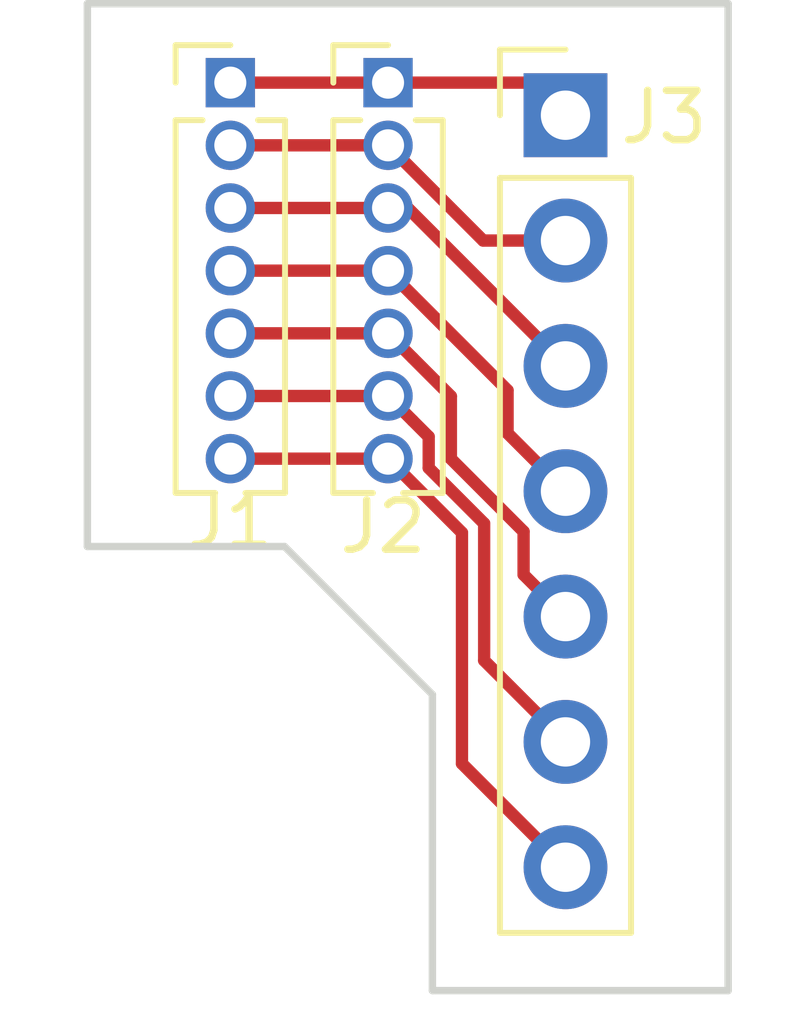
<source format=kicad_pcb>
(kicad_pcb (version 4) (host pcbnew 4.0.7-e2-6376~58~ubuntu17.04.1)

  (general
    (links 14)
    (no_connects 0)
    (area 127.152381 103.924999 143.44762 124.905)
    (thickness 1.6)
    (drawings 7)
    (tracks 32)
    (zones 0)
    (modules 3)
    (nets 8)
  )

  (page A4)
  (layers
    (0 F.Cu signal)
    (31 B.Cu signal)
    (32 B.Adhes user)
    (33 F.Adhes user)
    (34 B.Paste user)
    (35 F.Paste user)
    (36 B.SilkS user)
    (37 F.SilkS user)
    (38 B.Mask user)
    (39 F.Mask user)
    (40 Dwgs.User user)
    (41 Cmts.User user)
    (42 Eco1.User user)
    (43 Eco2.User user)
    (44 Edge.Cuts user)
    (45 Margin user)
    (46 B.CrtYd user)
    (47 F.CrtYd user)
    (48 B.Fab user)
    (49 F.Fab user)
  )

  (setup
    (last_trace_width 0.25)
    (trace_clearance 0.2)
    (zone_clearance 0.508)
    (zone_45_only no)
    (trace_min 0.2)
    (segment_width 0.2)
    (edge_width 0.15)
    (via_size 0.6)
    (via_drill 0.4)
    (via_min_size 0.4)
    (via_min_drill 0.3)
    (uvia_size 0.3)
    (uvia_drill 0.1)
    (uvias_allowed no)
    (uvia_min_size 0.2)
    (uvia_min_drill 0.1)
    (pcb_text_width 0.3)
    (pcb_text_size 1.5 1.5)
    (mod_edge_width 0.15)
    (mod_text_size 1 1)
    (mod_text_width 0.15)
    (pad_size 1.524 1.524)
    (pad_drill 0.762)
    (pad_to_mask_clearance 0.2)
    (aux_axis_origin 0 0)
    (visible_elements FFFFFF7F)
    (pcbplotparams
      (layerselection 0x00030_80000001)
      (usegerberextensions false)
      (excludeedgelayer true)
      (linewidth 0.100000)
      (plotframeref false)
      (viasonmask false)
      (mode 1)
      (useauxorigin false)
      (hpglpennumber 1)
      (hpglpenspeed 20)
      (hpglpendiameter 15)
      (hpglpenoverlay 2)
      (psnegative false)
      (psa4output false)
      (plotreference true)
      (plotvalue true)
      (plotinvisibletext false)
      (padsonsilk false)
      (subtractmaskfromsilk false)
      (outputformat 1)
      (mirror false)
      (drillshape 1)
      (scaleselection 1)
      (outputdirectory ""))
  )

  (net 0 "")
  (net 1 "Net-(J1-Pad1)")
  (net 2 "Net-(J1-Pad2)")
  (net 3 "Net-(J1-Pad3)")
  (net 4 "Net-(J1-Pad4)")
  (net 5 "Net-(J1-Pad5)")
  (net 6 "Net-(J1-Pad6)")
  (net 7 "Net-(J1-Pad7)")

  (net_class Default "This is the default net class."
    (clearance 0.2)
    (trace_width 0.25)
    (via_dia 0.6)
    (via_drill 0.4)
    (uvia_dia 0.3)
    (uvia_drill 0.1)
    (add_net "Net-(J1-Pad1)")
    (add_net "Net-(J1-Pad2)")
    (add_net "Net-(J1-Pad3)")
    (add_net "Net-(J1-Pad4)")
    (add_net "Net-(J1-Pad5)")
    (add_net "Net-(J1-Pad6)")
    (add_net "Net-(J1-Pad7)")
  )

  (module Pin_Headers:Pin_Header_Straight_1x07_Pitch1.27mm (layer F.Cu) (tedit 59650535) (tstamp 5A2DBC7B)
    (at 131.9 105.6)
    (descr "Through hole straight pin header, 1x07, 1.27mm pitch, single row")
    (tags "Through hole pin header THT 1x07 1.27mm single row")
    (path /5A2DBBB2)
    (fp_text reference J1 (at 0 8.9) (layer F.SilkS)
      (effects (font (size 1 1) (thickness 0.15)))
    )
    (fp_text value Conn_01x07 (at 0 9.315) (layer F.Fab)
      (effects (font (size 1 1) (thickness 0.15)))
    )
    (fp_line (start -0.525 -0.635) (end 1.05 -0.635) (layer F.Fab) (width 0.1))
    (fp_line (start 1.05 -0.635) (end 1.05 8.255) (layer F.Fab) (width 0.1))
    (fp_line (start 1.05 8.255) (end -1.05 8.255) (layer F.Fab) (width 0.1))
    (fp_line (start -1.05 8.255) (end -1.05 -0.11) (layer F.Fab) (width 0.1))
    (fp_line (start -1.05 -0.11) (end -0.525 -0.635) (layer F.Fab) (width 0.1))
    (fp_line (start -1.11 8.315) (end -0.30753 8.315) (layer F.SilkS) (width 0.12))
    (fp_line (start 0.30753 8.315) (end 1.11 8.315) (layer F.SilkS) (width 0.12))
    (fp_line (start -1.11 0.76) (end -1.11 8.315) (layer F.SilkS) (width 0.12))
    (fp_line (start 1.11 0.76) (end 1.11 8.315) (layer F.SilkS) (width 0.12))
    (fp_line (start -1.11 0.76) (end -0.563471 0.76) (layer F.SilkS) (width 0.12))
    (fp_line (start 0.563471 0.76) (end 1.11 0.76) (layer F.SilkS) (width 0.12))
    (fp_line (start -1.11 0) (end -1.11 -0.76) (layer F.SilkS) (width 0.12))
    (fp_line (start -1.11 -0.76) (end 0 -0.76) (layer F.SilkS) (width 0.12))
    (fp_line (start -1.55 -1.15) (end -1.55 8.8) (layer F.CrtYd) (width 0.05))
    (fp_line (start -1.55 8.8) (end 1.55 8.8) (layer F.CrtYd) (width 0.05))
    (fp_line (start 1.55 8.8) (end 1.55 -1.15) (layer F.CrtYd) (width 0.05))
    (fp_line (start 1.55 -1.15) (end -1.55 -1.15) (layer F.CrtYd) (width 0.05))
    (fp_text user %R (at 0 3.81 90) (layer F.Fab)
      (effects (font (size 1 1) (thickness 0.15)))
    )
    (pad 1 thru_hole rect (at 0 0) (size 1 1) (drill 0.65) (layers *.Cu *.Mask)
      (net 1 "Net-(J1-Pad1)"))
    (pad 2 thru_hole oval (at 0 1.27) (size 1 1) (drill 0.65) (layers *.Cu *.Mask)
      (net 2 "Net-(J1-Pad2)"))
    (pad 3 thru_hole oval (at 0 2.54) (size 1 1) (drill 0.65) (layers *.Cu *.Mask)
      (net 3 "Net-(J1-Pad3)"))
    (pad 4 thru_hole oval (at 0 3.81) (size 1 1) (drill 0.65) (layers *.Cu *.Mask)
      (net 4 "Net-(J1-Pad4)"))
    (pad 5 thru_hole oval (at 0 5.08) (size 1 1) (drill 0.65) (layers *.Cu *.Mask)
      (net 5 "Net-(J1-Pad5)"))
    (pad 6 thru_hole oval (at 0 6.35) (size 1 1) (drill 0.65) (layers *.Cu *.Mask)
      (net 6 "Net-(J1-Pad6)"))
    (pad 7 thru_hole oval (at 0 7.62) (size 1 1) (drill 0.65) (layers *.Cu *.Mask)
      (net 7 "Net-(J1-Pad7)"))
    (model ${KISYS3DMOD}/Pin_Headers.3dshapes/Pin_Header_Straight_1x07_Pitch1.27mm.wrl
      (at (xyz 0 0 0))
      (scale (xyz 1 1 1))
      (rotate (xyz 0 0 0))
    )
  )

  (module Pin_Headers:Pin_Header_Straight_1x07_Pitch1.27mm (layer F.Cu) (tedit 59650535) (tstamp 5A2DBC86)
    (at 135.1 105.6)
    (descr "Through hole straight pin header, 1x07, 1.27mm pitch, single row")
    (tags "Through hole pin header THT 1x07 1.27mm single row")
    (path /5A2DBBEA)
    (fp_text reference J2 (at -0.1 9) (layer F.SilkS)
      (effects (font (size 1 1) (thickness 0.15)))
    )
    (fp_text value Conn_01x07 (at 0 9.315) (layer F.Fab)
      (effects (font (size 1 1) (thickness 0.15)))
    )
    (fp_line (start -0.525 -0.635) (end 1.05 -0.635) (layer F.Fab) (width 0.1))
    (fp_line (start 1.05 -0.635) (end 1.05 8.255) (layer F.Fab) (width 0.1))
    (fp_line (start 1.05 8.255) (end -1.05 8.255) (layer F.Fab) (width 0.1))
    (fp_line (start -1.05 8.255) (end -1.05 -0.11) (layer F.Fab) (width 0.1))
    (fp_line (start -1.05 -0.11) (end -0.525 -0.635) (layer F.Fab) (width 0.1))
    (fp_line (start -1.11 8.315) (end -0.30753 8.315) (layer F.SilkS) (width 0.12))
    (fp_line (start 0.30753 8.315) (end 1.11 8.315) (layer F.SilkS) (width 0.12))
    (fp_line (start -1.11 0.76) (end -1.11 8.315) (layer F.SilkS) (width 0.12))
    (fp_line (start 1.11 0.76) (end 1.11 8.315) (layer F.SilkS) (width 0.12))
    (fp_line (start -1.11 0.76) (end -0.563471 0.76) (layer F.SilkS) (width 0.12))
    (fp_line (start 0.563471 0.76) (end 1.11 0.76) (layer F.SilkS) (width 0.12))
    (fp_line (start -1.11 0) (end -1.11 -0.76) (layer F.SilkS) (width 0.12))
    (fp_line (start -1.11 -0.76) (end 0 -0.76) (layer F.SilkS) (width 0.12))
    (fp_line (start -1.55 -1.15) (end -1.55 8.8) (layer F.CrtYd) (width 0.05))
    (fp_line (start -1.55 8.8) (end 1.55 8.8) (layer F.CrtYd) (width 0.05))
    (fp_line (start 1.55 8.8) (end 1.55 -1.15) (layer F.CrtYd) (width 0.05))
    (fp_line (start 1.55 -1.15) (end -1.55 -1.15) (layer F.CrtYd) (width 0.05))
    (fp_text user %R (at 0 3.81 90) (layer F.Fab)
      (effects (font (size 1 1) (thickness 0.15)))
    )
    (pad 1 thru_hole rect (at 0 0) (size 1 1) (drill 0.65) (layers *.Cu *.Mask)
      (net 1 "Net-(J1-Pad1)"))
    (pad 2 thru_hole oval (at 0 1.27) (size 1 1) (drill 0.65) (layers *.Cu *.Mask)
      (net 2 "Net-(J1-Pad2)"))
    (pad 3 thru_hole oval (at 0 2.54) (size 1 1) (drill 0.65) (layers *.Cu *.Mask)
      (net 3 "Net-(J1-Pad3)"))
    (pad 4 thru_hole oval (at 0 3.81) (size 1 1) (drill 0.65) (layers *.Cu *.Mask)
      (net 4 "Net-(J1-Pad4)"))
    (pad 5 thru_hole oval (at 0 5.08) (size 1 1) (drill 0.65) (layers *.Cu *.Mask)
      (net 5 "Net-(J1-Pad5)"))
    (pad 6 thru_hole oval (at 0 6.35) (size 1 1) (drill 0.65) (layers *.Cu *.Mask)
      (net 6 "Net-(J1-Pad6)"))
    (pad 7 thru_hole oval (at 0 7.62) (size 1 1) (drill 0.65) (layers *.Cu *.Mask)
      (net 7 "Net-(J1-Pad7)"))
    (model ${KISYS3DMOD}/Pin_Headers.3dshapes/Pin_Header_Straight_1x07_Pitch1.27mm.wrl
      (at (xyz 0 0 0))
      (scale (xyz 1 1 1))
      (rotate (xyz 0 0 0))
    )
  )

  (module Pin_Headers:Pin_Header_Straight_1x07_Pitch2.54mm (layer F.Cu) (tedit 59650532) (tstamp 5A2DBC91)
    (at 138.7 106.26)
    (descr "Through hole straight pin header, 1x07, 2.54mm pitch, single row")
    (tags "Through hole pin header THT 1x07 2.54mm single row")
    (path /5A2DBC1E)
    (fp_text reference J3 (at 2 0.04) (layer F.SilkS)
      (effects (font (size 1 1) (thickness 0.15)))
    )
    (fp_text value Conn_01x07 (at 0 17.57) (layer F.Fab)
      (effects (font (size 1 1) (thickness 0.15)))
    )
    (fp_line (start -0.635 -1.27) (end 1.27 -1.27) (layer F.Fab) (width 0.1))
    (fp_line (start 1.27 -1.27) (end 1.27 16.51) (layer F.Fab) (width 0.1))
    (fp_line (start 1.27 16.51) (end -1.27 16.51) (layer F.Fab) (width 0.1))
    (fp_line (start -1.27 16.51) (end -1.27 -0.635) (layer F.Fab) (width 0.1))
    (fp_line (start -1.27 -0.635) (end -0.635 -1.27) (layer F.Fab) (width 0.1))
    (fp_line (start -1.33 16.57) (end 1.33 16.57) (layer F.SilkS) (width 0.12))
    (fp_line (start -1.33 1.27) (end -1.33 16.57) (layer F.SilkS) (width 0.12))
    (fp_line (start 1.33 1.27) (end 1.33 16.57) (layer F.SilkS) (width 0.12))
    (fp_line (start -1.33 1.27) (end 1.33 1.27) (layer F.SilkS) (width 0.12))
    (fp_line (start -1.33 0) (end -1.33 -1.33) (layer F.SilkS) (width 0.12))
    (fp_line (start -1.33 -1.33) (end 0 -1.33) (layer F.SilkS) (width 0.12))
    (fp_line (start -1.8 -1.8) (end -1.8 17.05) (layer F.CrtYd) (width 0.05))
    (fp_line (start -1.8 17.05) (end 1.8 17.05) (layer F.CrtYd) (width 0.05))
    (fp_line (start 1.8 17.05) (end 1.8 -1.8) (layer F.CrtYd) (width 0.05))
    (fp_line (start 1.8 -1.8) (end -1.8 -1.8) (layer F.CrtYd) (width 0.05))
    (fp_text user %R (at 0 7.62 90) (layer F.Fab)
      (effects (font (size 1 1) (thickness 0.15)))
    )
    (pad 1 thru_hole rect (at 0 0) (size 1.7 1.7) (drill 1) (layers *.Cu *.Mask)
      (net 1 "Net-(J1-Pad1)"))
    (pad 2 thru_hole oval (at 0 2.54) (size 1.7 1.7) (drill 1) (layers *.Cu *.Mask)
      (net 2 "Net-(J1-Pad2)"))
    (pad 3 thru_hole oval (at 0 5.08) (size 1.7 1.7) (drill 1) (layers *.Cu *.Mask)
      (net 3 "Net-(J1-Pad3)"))
    (pad 4 thru_hole oval (at 0 7.62) (size 1.7 1.7) (drill 1) (layers *.Cu *.Mask)
      (net 4 "Net-(J1-Pad4)"))
    (pad 5 thru_hole oval (at 0 10.16) (size 1.7 1.7) (drill 1) (layers *.Cu *.Mask)
      (net 5 "Net-(J1-Pad5)"))
    (pad 6 thru_hole oval (at 0 12.7) (size 1.7 1.7) (drill 1) (layers *.Cu *.Mask)
      (net 6 "Net-(J1-Pad6)"))
    (pad 7 thru_hole oval (at 0 15.24) (size 1.7 1.7) (drill 1) (layers *.Cu *.Mask)
      (net 7 "Net-(J1-Pad7)"))
    (model ${KISYS3DMOD}/Pin_Headers.3dshapes/Pin_Header_Straight_1x07_Pitch2.54mm.wrl
      (at (xyz 0 0 0))
      (scale (xyz 1 1 1))
      (rotate (xyz 0 0 0))
    )
  )

  (gr_line (start 129 115) (end 129 104) (layer Edge.Cuts) (width 0.15))
  (gr_line (start 133 115) (end 129 115) (layer Edge.Cuts) (width 0.15))
  (gr_line (start 136 118) (end 133 115) (layer Edge.Cuts) (width 0.15))
  (gr_line (start 136 124) (end 136 118) (layer Edge.Cuts) (width 0.15))
  (gr_line (start 142 124) (end 136 124) (layer Edge.Cuts) (width 0.15))
  (gr_line (start 142 104) (end 142 124) (layer Edge.Cuts) (width 0.15))
  (gr_line (start 129 104) (end 142 104) (layer Edge.Cuts) (width 0.15))

  (segment (start 135.1 105.6) (end 138.04 105.6) (width 0.25) (layer F.Cu) (net 1))
  (segment (start 138.04 105.6) (end 138.7 106.26) (width 0.25) (layer F.Cu) (net 1))
  (segment (start 131.9 105.6) (end 135.1 105.6) (width 0.25) (layer F.Cu) (net 1))
  (segment (start 135.1 106.87) (end 131.9 106.87) (width 0.25) (layer F.Cu) (net 2))
  (segment (start 138.7 108.8) (end 137.03 108.8) (width 0.25) (layer F.Cu) (net 2))
  (segment (start 137.03 108.8) (end 135.1 106.87) (width 0.25) (layer F.Cu) (net 2))
  (segment (start 135.1 108.14) (end 131.9 108.14) (width 0.25) (layer F.Cu) (net 3))
  (segment (start 138.7 111.34) (end 135.5 108.14) (width 0.25) (layer F.Cu) (net 3))
  (segment (start 135.5 108.14) (end 135.1 108.14) (width 0.25) (layer F.Cu) (net 3))
  (segment (start 135.1 109.41) (end 131.9 109.41) (width 0.25) (layer F.Cu) (net 4))
  (segment (start 138.7 113.88) (end 137.524999 112.704999) (width 0.25) (layer F.Cu) (net 4))
  (segment (start 137.524999 112.704999) (end 137.524999 111.834999) (width 0.25) (layer F.Cu) (net 4))
  (segment (start 137.524999 111.834999) (end 135.599999 109.909999) (width 0.25) (layer F.Cu) (net 4))
  (segment (start 135.599999 109.909999) (end 135.1 109.41) (width 0.25) (layer F.Cu) (net 4))
  (segment (start 135.1 110.68) (end 131.9 110.68) (width 0.25) (layer F.Cu) (net 5))
  (segment (start 135.599999 111.179999) (end 135.1 110.68) (width 0.25) (layer F.Cu) (net 5))
  (segment (start 136.375012 111.955012) (end 135.599999 111.179999) (width 0.25) (layer F.Cu) (net 5))
  (segment (start 136.375012 113.222191) (end 136.375012 111.955012) (width 0.25) (layer F.Cu) (net 5))
  (segment (start 137.850001 115.570001) (end 137.850001 114.69718) (width 0.25) (layer F.Cu) (net 5))
  (segment (start 138.7 116.42) (end 137.850001 115.570001) (width 0.25) (layer F.Cu) (net 5))
  (segment (start 137.850001 114.69718) (end 136.375012 113.222191) (width 0.25) (layer F.Cu) (net 5))
  (segment (start 135.1 111.95) (end 131.9 111.95) (width 0.25) (layer F.Cu) (net 6))
  (segment (start 135.925001 112.775001) (end 135.599999 112.449999) (width 0.25) (layer F.Cu) (net 6))
  (segment (start 137.050011 117.310011) (end 137.050011 114.5336) (width 0.25) (layer F.Cu) (net 6))
  (segment (start 138.7 118.96) (end 137.050011 117.310011) (width 0.25) (layer F.Cu) (net 6))
  (segment (start 135.925001 113.408591) (end 135.925001 112.775001) (width 0.25) (layer F.Cu) (net 6))
  (segment (start 137.050011 114.5336) (end 135.925001 113.408591) (width 0.25) (layer F.Cu) (net 6))
  (segment (start 135.599999 112.449999) (end 135.1 111.95) (width 0.25) (layer F.Cu) (net 6))
  (segment (start 135.1 113.22) (end 131.9 113.22) (width 0.25) (layer F.Cu) (net 7))
  (segment (start 136.6 114.72) (end 135.1 113.22) (width 0.25) (layer F.Cu) (net 7))
  (segment (start 136.6 119.4) (end 136.6 114.72) (width 0.25) (layer F.Cu) (net 7))
  (segment (start 138.7 121.5) (end 136.6 119.4) (width 0.25) (layer F.Cu) (net 7))

)

</source>
